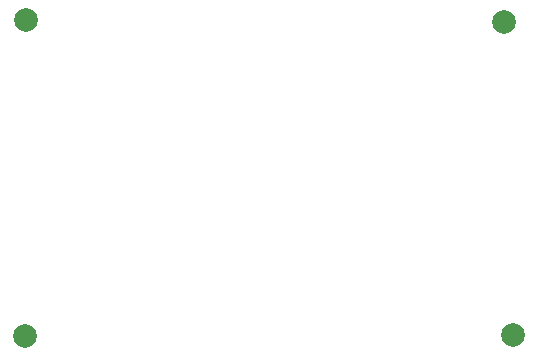
<source format=gbr>
%TF.GenerationSoftware,KiCad,Pcbnew,9.0.6*%
%TF.CreationDate,2025-12-29T02:06:04+05:30*%
%TF.ProjectId,DATA LOGGER,44415441-204c-44f4-9747-45522e6b6963,rev?*%
%TF.SameCoordinates,Original*%
%TF.FileFunction,NonPlated,1,4,NPTH,Drill*%
%TF.FilePolarity,Positive*%
%FSLAX46Y46*%
G04 Gerber Fmt 4.6, Leading zero omitted, Abs format (unit mm)*
G04 Created by KiCad (PCBNEW 9.0.6) date 2025-12-29 02:06:04*
%MOMM*%
%LPD*%
G01*
G04 APERTURE LIST*
%TA.AperFunction,ComponentDrill*%
%ADD10C,2.000000*%
%TD*%
G04 APERTURE END LIST*
D10*
%TO.C,H3*%
X53530000Y-88700000D03*
%TO.C,H1*%
X53640000Y-62010000D03*
%TO.C,H2*%
X94143500Y-62143000D03*
%TO.C,H4*%
X94910000Y-88610000D03*
M02*

</source>
